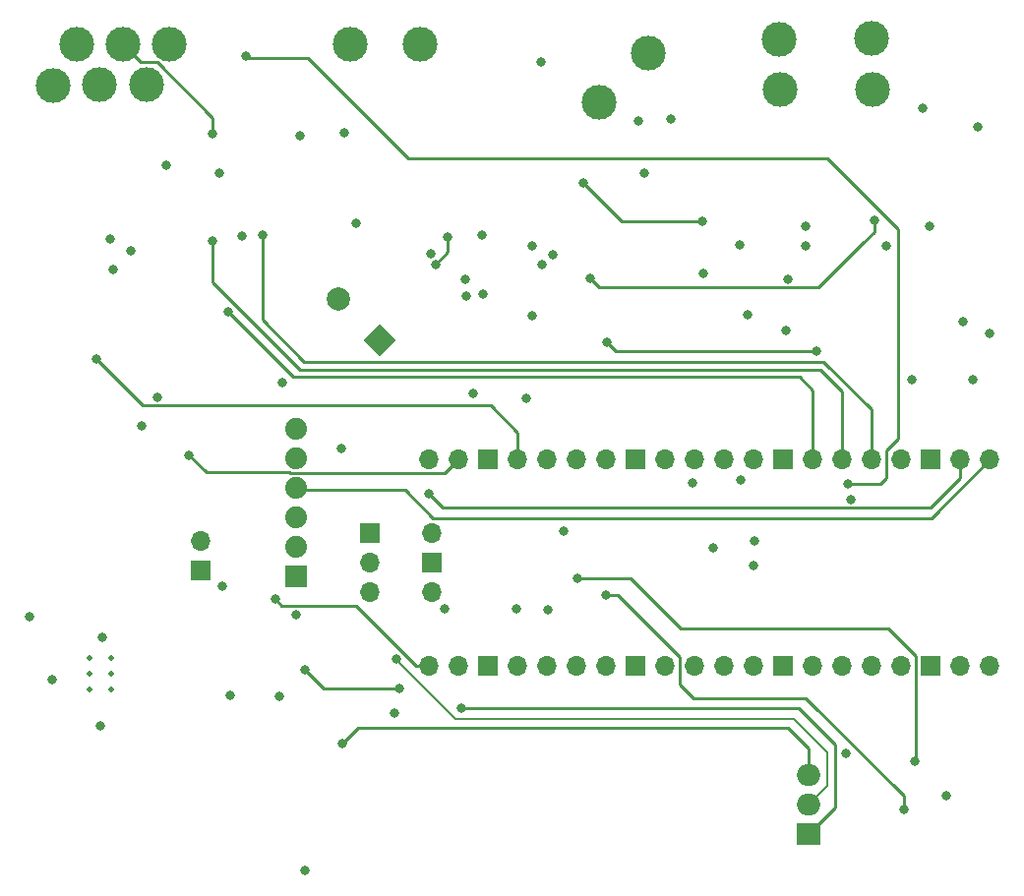
<source format=gbr>
%TF.GenerationSoftware,KiCad,Pcbnew,(6.0.10)*%
%TF.CreationDate,2023-01-31T02:24:44-05:00*%
%TF.ProjectId,webasto-mainboard,77656261-7374-46f2-9d6d-61696e626f61,1.0*%
%TF.SameCoordinates,Original*%
%TF.FileFunction,Copper,L2,Inr*%
%TF.FilePolarity,Positive*%
%FSLAX46Y46*%
G04 Gerber Fmt 4.6, Leading zero omitted, Abs format (unit mm)*
G04 Created by KiCad (PCBNEW (6.0.10)) date 2023-01-31 02:24:44*
%MOMM*%
%LPD*%
G01*
G04 APERTURE LIST*
G04 Aperture macros list*
%AMRotRect*
0 Rectangle, with rotation*
0 The origin of the aperture is its center*
0 $1 length*
0 $2 width*
0 $3 Rotation angle, in degrees counterclockwise*
0 Add horizontal line*
21,1,$1,$2,0,0,$3*%
G04 Aperture macros list end*
%TA.AperFunction,ComponentPad*%
%ADD10C,3.000000*%
%TD*%
%TA.AperFunction,ComponentPad*%
%ADD11R,2.000000X1.905000*%
%TD*%
%TA.AperFunction,ComponentPad*%
%ADD12O,2.000000X1.905000*%
%TD*%
%TA.AperFunction,ComponentPad*%
%ADD13R,1.700000X1.700000*%
%TD*%
%TA.AperFunction,ComponentPad*%
%ADD14O,1.700000X1.700000*%
%TD*%
%TA.AperFunction,ComponentPad*%
%ADD15RotRect,2.000000X2.000000X135.000000*%
%TD*%
%TA.AperFunction,ComponentPad*%
%ADD16C,2.000000*%
%TD*%
%TA.AperFunction,ComponentPad*%
%ADD17R,1.879600X1.879600*%
%TD*%
%TA.AperFunction,ComponentPad*%
%ADD18C,1.879600*%
%TD*%
%TA.AperFunction,ComponentPad*%
%ADD19C,0.500000*%
%TD*%
%TA.AperFunction,ViaPad*%
%ADD20C,0.800000*%
%TD*%
%TA.AperFunction,Conductor*%
%ADD21C,0.250000*%
%TD*%
%TA.AperFunction,Conductor*%
%ADD22C,0.200000*%
%TD*%
G04 APERTURE END LIST*
D10*
%TO.N,GlowPlug+*%
%TO.C,JX3*%
X155037200Y-56841000D03*
%TO.N,GlowPlug-*%
X150795400Y-61082800D03*
%TD*%
D11*
%TO.N,Net-(Q11-Pad3)*%
%TO.C,U6*%
X168839000Y-124079000D03*
D12*
%TO.N,Kelvin+*%
X168839000Y-121539000D03*
%TO.N,Net-(R30-Pad2)*%
X168839000Y-118999000D03*
%TD*%
D13*
%TO.N,Net-(J2-Pad1)*%
%TO.C,J2*%
X131025000Y-98200000D03*
D14*
%TO.N,GND*%
X131025000Y-100740000D03*
%TO.N,Net-(J2-Pad3)*%
X131025000Y-103280000D03*
%TD*%
D15*
%TO.N,ALERT*%
%TO.C,BZ1*%
X131900000Y-81600000D03*
D16*
%TO.N,GND*%
X128364466Y-78064466D03*
%TD*%
D10*
%TO.N,CombustionFan*%
%TO.C,JX4*%
X166275000Y-55665200D03*
%TO.N,GND*%
X166351200Y-60034000D03*
%TD*%
D14*
%TO.N,ConsoleTX*%
%TO.C,U2*%
X184415000Y-91850000D03*
%TO.N,ConsoleRX*%
X181875000Y-91850000D03*
D13*
%TO.N,GND*%
X179335000Y-91850000D03*
D14*
%TO.N,~{StartRun3V}*%
X176795000Y-91850000D03*
%TO.N,KLineEN*%
X174255000Y-91850000D03*
%TO.N,KLineTX*%
X171715000Y-91850000D03*
%TO.N,KLineRX*%
X169175000Y-91850000D03*
D13*
%TO.N,GND*%
X166635000Y-91850000D03*
D14*
%TO.N,~{GlowPlugOutEN3V}*%
X164095000Y-91850000D03*
%TO.N,~{GlowPlugInEN3V}*%
X161555000Y-91850000D03*
%TO.N,SDA*%
X159015000Y-91850000D03*
%TO.N,SCL*%
X156475000Y-91850000D03*
D13*
%TO.N,GND*%
X153935000Y-91850000D03*
D14*
%TO.N,CirculationPump3V*%
X151395000Y-91850000D03*
%TO.N,CombustionFan3V*%
X148855000Y-91850000D03*
%TO.N,GlowPlugOut3V*%
X146315000Y-91850000D03*
%TO.N,FuelPump3V*%
X143775000Y-91850000D03*
D13*
%TO.N,GND*%
X141235000Y-91850000D03*
D14*
%TO.N,VehicleFanRelay3V*%
X138695000Y-91850000D03*
%TO.N,ALERT*%
X136155000Y-91850000D03*
%TO.N,~{EmergencyStop3V}*%
X136155000Y-109630000D03*
%TO.N,UseUSB*%
X138695000Y-109630000D03*
D13*
%TO.N,GND*%
X141235000Y-109630000D03*
D14*
%TO.N,ConsoleCTS*%
X143775000Y-109630000D03*
%TO.N,ConsoleRTS*%
X146315000Y-109630000D03*
%TO.N,FlameLED*%
X148855000Y-109630000D03*
%TO.N,OperatingLED*%
X151395000Y-109630000D03*
D13*
%TO.N,GND*%
X153935000Y-109630000D03*
D14*
X156475000Y-109630000D03*
%TO.N,unconnected-(U2-Pad30)*%
X159015000Y-109630000D03*
%TO.N,unconnected-(U2-Pad31)*%
X161555000Y-109630000D03*
%TO.N,unconnected-(U2-Pad32)*%
X164095000Y-109630000D03*
D13*
%TO.N,GND*%
X166635000Y-109630000D03*
D14*
%TO.N,unconnected-(U2-Pad34)*%
X169175000Y-109630000D03*
%TO.N,/ADC_VREF*%
X171715000Y-109630000D03*
%TO.N,+3V3*%
X174255000Y-109630000D03*
%TO.N,unconnected-(U2-Pad37)*%
X176795000Y-109630000D03*
D13*
%TO.N,unconnected-(U2-Pad38)*%
X179335000Y-109630000D03*
D14*
%TO.N,/VSYS*%
X181875000Y-109630000D03*
%TO.N,/VBUS*%
X184415000Y-109630000D03*
%TO.N,Net-(J2-Pad1)*%
X136385000Y-98200000D03*
D13*
%TO.N,GND*%
X136385000Y-100740000D03*
D14*
%TO.N,Net-(J2-Pad3)*%
X136385000Y-103280000D03*
%TD*%
D10*
%TO.N,Net-(F1-Pad2)*%
%TO.C,JX2*%
X135346800Y-56125000D03*
%TO.N,GND*%
X129352400Y-56125000D03*
%TD*%
%TO.N,StartRun*%
%TO.C,JX1*%
X113807200Y-56119400D03*
%TO.N,KLine*%
X109819400Y-56119400D03*
%TO.N,SDA*%
X105802400Y-56131600D03*
%TO.N,VehicleFanRelay*%
X111826000Y-59624600D03*
%TO.N,SCL*%
X107812800Y-59624600D03*
%TO.N,FuelPump*%
X103825000Y-59650000D03*
%TD*%
D13*
%TO.N,EmergencyStop*%
%TO.C,J3*%
X116475000Y-101375000D03*
D14*
%TO.N,GND*%
X116475000Y-98835000D03*
%TD*%
D17*
%TO.N,GND*%
%TO.C,J1*%
X124700000Y-101900000D03*
D18*
%TO.N,ConsoleCTS*%
X124700000Y-99360000D03*
%TO.N,+3V3*%
X124700000Y-96820000D03*
%TO.N,ConsoleTX*%
X124700000Y-94280000D03*
%TO.N,ConsoleRX*%
X124700000Y-91740000D03*
%TO.N,ConsoleRTS*%
X124700000Y-89200000D03*
%TD*%
D19*
%TO.N,GND*%
%TO.C,U5*%
X106925000Y-110315000D03*
X106925000Y-111665000D03*
X106925000Y-108965000D03*
X108825000Y-110315000D03*
X108825000Y-108965000D03*
X108825000Y-111665000D03*
%TD*%
D10*
%TO.N,CirculationPump*%
%TO.C,JX5*%
X174275000Y-55640200D03*
%TO.N,GND*%
X174351200Y-60009000D03*
%TD*%
D20*
%TO.N,+12V*%
X154178000Y-62738000D03*
X145796000Y-57658000D03*
X184404000Y-81026000D03*
%TO.N,CirculationPump*%
X182118000Y-80010000D03*
%TO.N,+12V*%
X110490000Y-73914000D03*
%TO.N,FuelPump*%
X108712000Y-72898000D03*
%TO.N,+12V*%
X113538000Y-66548000D03*
X183388000Y-63246000D03*
X179250000Y-71750000D03*
X166880000Y-80780000D03*
X129850000Y-71500000D03*
X183000000Y-85000000D03*
X168590000Y-71810000D03*
X133600000Y-111540000D03*
X125500000Y-110000000D03*
%TO.N,+3V3*%
X139950000Y-86210000D03*
X140750000Y-72500000D03*
X162970000Y-93620000D03*
X172466000Y-95275500D03*
X120085000Y-72665000D03*
X158870000Y-93880000D03*
X164110000Y-101030000D03*
X137500000Y-104700000D03*
X140760000Y-77630000D03*
X123550000Y-85230000D03*
%TO.N,KLine*%
X117525000Y-63850000D03*
%TO.N,ConsoleRTS*%
X146400000Y-104800000D03*
%TO.N,ConsoleCTS*%
X143700000Y-104700000D03*
%TO.N,SCL*%
X136720000Y-75090000D03*
X145890000Y-75090000D03*
X137790000Y-72700000D03*
%TO.N,SDA*%
X136289485Y-74187968D03*
X146770000Y-74210000D03*
%TO.N,~{EmergencyStop}*%
X118400000Y-102800000D03*
%TO.N,~{GlowPlugInEN}*%
X160590000Y-99490000D03*
X159740000Y-75870000D03*
X159680000Y-71390000D03*
X133170000Y-113690000D03*
X149400000Y-68020000D03*
%TO.N,~{GlowPlugOutEN}*%
X168550000Y-73450000D03*
X164160000Y-98850000D03*
X156970000Y-62520000D03*
%TO.N,Kelvin+*%
X145050000Y-73480000D03*
X133360000Y-109050000D03*
X139350000Y-77790000D03*
X162860000Y-73430000D03*
X128600000Y-90900000D03*
%TO.N,CirculationPump3V*%
X151500000Y-81750000D03*
X169500000Y-82500000D03*
%TO.N,FuelPump3V*%
X107500000Y-83250000D03*
%TO.N,VehicleFanRelay3V*%
X115500000Y-91500000D03*
%TO.N,ConsoleRX*%
X136100000Y-94800000D03*
%TO.N,KLineEN*%
X121850000Y-72540000D03*
%TO.N,KLineTX*%
X117550000Y-73080000D03*
%TO.N,KLineRX*%
X118830000Y-79160000D03*
%TO.N,GND*%
X144526000Y-86614000D03*
X101725000Y-105375000D03*
X125500000Y-127200000D03*
X145034000Y-79502000D03*
X108025000Y-107200000D03*
X172000000Y-117200000D03*
X119025000Y-112125000D03*
X154660000Y-67210000D03*
X139250303Y-76381311D03*
X124750000Y-105250000D03*
X163580000Y-79430000D03*
X118125000Y-67225000D03*
X128900000Y-63775000D03*
X123275000Y-112275000D03*
X180700000Y-120800000D03*
%TO.N,CombustionFan*%
X178610000Y-61620000D03*
%TO.N,StartRun*%
X172212000Y-93980000D03*
X120396000Y-57150000D03*
%TO.N,Net-(C4-Pad1)*%
X125090000Y-64020000D03*
%TO.N,Net-(C7-Pad1)*%
X103725000Y-110850000D03*
%TO.N,Net-(C7-Pad2)*%
X107825000Y-114750000D03*
%TO.N,~{EmergencyStop3V}*%
X122900000Y-103900000D03*
%TO.N,Net-(Q2-Pad3)*%
X175500000Y-73500000D03*
%TO.N,Net-(Q2-Pad1)*%
X147750000Y-98000000D03*
X150000000Y-76250000D03*
X174500000Y-71250000D03*
%TO.N,Net-(Q3-Pad3)*%
X177750000Y-85000000D03*
%TO.N,Net-(Q4-Pad3)*%
X109000000Y-75500000D03*
%TO.N,Net-(Q5-Pad3)*%
X111445000Y-88945000D03*
X112750000Y-86500000D03*
%TO.N,Net-(D1-Pad2)*%
X177000000Y-122000000D03*
X151400000Y-103500000D03*
%TO.N,Net-(Q11-Pad3)*%
X138950000Y-113250000D03*
%TO.N,Net-(D2-Pad2)*%
X148900000Y-102100000D03*
X178000000Y-117800000D03*
%TO.N,Net-(Q12-Pad3)*%
X167020000Y-76320000D03*
%TO.N,Net-(R30-Pad2)*%
X128710000Y-116310000D03*
%TD*%
D21*
%TO.N,+12V*%
X127040000Y-111540000D02*
X133600000Y-111540000D01*
X125500000Y-110000000D02*
X127040000Y-111540000D01*
%TO.N,KLine*%
X112750000Y-57675000D02*
X117500000Y-62425000D01*
X109819400Y-56119400D02*
X111375000Y-57675000D01*
X117550000Y-63825000D02*
X117525000Y-63850000D01*
X117500000Y-62425000D02*
X117550000Y-62425000D01*
X117550000Y-62425000D02*
X117550000Y-63825000D01*
X111375000Y-57675000D02*
X112750000Y-57675000D01*
%TO.N,SCL*%
X137790000Y-74020000D02*
X136720000Y-75090000D01*
X137790000Y-72700000D02*
X137790000Y-74020000D01*
%TO.N,~{GlowPlugInEN}*%
X152770000Y-71390000D02*
X159680000Y-71390000D01*
X149400000Y-68020000D02*
X152770000Y-71390000D01*
D22*
%TO.N,Kelvin+*%
X170434000Y-117094000D02*
X170434000Y-119944000D01*
X133360000Y-109103000D02*
X138430000Y-114173000D01*
X170434000Y-119944000D02*
X168839000Y-121539000D01*
X138430000Y-114173000D02*
X167513000Y-114173000D01*
X133360000Y-109050000D02*
X133360000Y-109103000D01*
X167513000Y-114173000D02*
X170434000Y-117094000D01*
D21*
%TO.N,CirculationPump3V*%
X152250000Y-82500000D02*
X151500000Y-81750000D01*
X169500000Y-82500000D02*
X152250000Y-82500000D01*
%TO.N,FuelPump3V*%
X141474511Y-87224511D02*
X143775000Y-89525000D01*
X107500000Y-83250000D02*
X111474511Y-87224511D01*
X111474511Y-87224511D02*
X141474511Y-87224511D01*
X143775000Y-89525000D02*
X143775000Y-91850000D01*
%TO.N,VehicleFanRelay3V*%
X115500000Y-91500000D02*
X116964000Y-92964000D01*
X135648099Y-93004800D02*
X135668299Y-93025000D01*
X137520000Y-93025000D02*
X138695000Y-91850000D01*
X124135302Y-92964000D02*
X124176102Y-93004800D01*
X116964000Y-92964000D02*
X124135302Y-92964000D01*
X124176102Y-93004800D02*
X135648099Y-93004800D01*
X135668299Y-93025000D02*
X137520000Y-93025000D01*
%TO.N,ConsoleTX*%
X136500000Y-96900000D02*
X134088000Y-94488000D01*
X134088000Y-94488000D02*
X124908000Y-94488000D01*
X179365000Y-96900000D02*
X136500000Y-96900000D01*
X124908000Y-94488000D02*
X124700000Y-94280000D01*
X184415000Y-91850000D02*
X179365000Y-96900000D01*
%TO.N,ConsoleRX*%
X179300000Y-96000000D02*
X137300000Y-96000000D01*
X181875000Y-93425000D02*
X179300000Y-96000000D01*
X137300000Y-96000000D02*
X136100000Y-94800000D01*
X181875000Y-91850000D02*
X181875000Y-93425000D01*
%TO.N,KLineEN*%
X125430000Y-83430000D02*
X121850000Y-79850000D01*
X121850000Y-79850000D02*
X121850000Y-72540000D01*
X174255000Y-87555000D02*
X170130000Y-83430000D01*
X170130000Y-83430000D02*
X125430000Y-83430000D01*
X174255000Y-91850000D02*
X174255000Y-87555000D01*
%TO.N,KLineTX*%
X117550000Y-76585592D02*
X125084408Y-84120000D01*
X125084408Y-84120000D02*
X169820000Y-84120000D01*
X117550000Y-73080000D02*
X117550000Y-76585592D01*
X169820000Y-84120000D02*
X171715000Y-86015000D01*
X171715000Y-86015000D02*
X171715000Y-91850000D01*
%TO.N,KLineRX*%
X118830000Y-79160000D02*
X118830000Y-79165592D01*
X169175000Y-85925000D02*
X169175000Y-91850000D01*
X124434408Y-84770000D02*
X168020000Y-84770000D01*
X168020000Y-84770000D02*
X169175000Y-85925000D01*
X118830000Y-79165592D02*
X124434408Y-84770000D01*
%TO.N,StartRun*%
X176530000Y-90043000D02*
X175514000Y-91059000D01*
X175514000Y-91059000D02*
X175514000Y-93472000D01*
X175006000Y-93980000D02*
X172212000Y-93980000D01*
X176530000Y-72009000D02*
X176530000Y-90043000D01*
X170434000Y-65913000D02*
X176530000Y-72009000D01*
X134366000Y-65913000D02*
X170434000Y-65913000D01*
X175514000Y-93472000D02*
X175006000Y-93980000D01*
X120396000Y-57150000D02*
X120523000Y-57277000D01*
X125730000Y-57277000D02*
X134366000Y-65913000D01*
X120523000Y-57277000D02*
X125730000Y-57277000D01*
%TO.N,~{EmergencyStop3V}*%
X135030000Y-109630000D02*
X136155000Y-109630000D01*
X123454511Y-104454511D02*
X129854511Y-104454511D01*
X122900000Y-103900000D02*
X123454511Y-104454511D01*
X129854511Y-104454511D02*
X135030000Y-109630000D01*
%TO.N,Net-(Q2-Pad1)*%
X150000000Y-76250000D02*
X150794511Y-77044511D01*
X150794511Y-77044511D02*
X169705489Y-77044511D01*
X174500000Y-72250000D02*
X174500000Y-71250000D01*
X169705489Y-77044511D02*
X173500000Y-73250000D01*
X173500000Y-73250000D02*
X174500000Y-72250000D01*
%TO.N,Net-(D1-Pad2)*%
X152400000Y-103500000D02*
X157734848Y-108834848D01*
X151400000Y-103500000D02*
X152400000Y-103500000D01*
X177000000Y-120800000D02*
X177000000Y-122000000D01*
X158900000Y-112400000D02*
X168600000Y-112400000D01*
X157734848Y-108834848D02*
X157734848Y-111234848D01*
X157734848Y-111234848D02*
X158900000Y-112400000D01*
X168600000Y-112400000D02*
X177000000Y-120800000D01*
%TO.N,Net-(Q11-Pad3)*%
X138950480Y-113249520D02*
X167949520Y-113249520D01*
X138950000Y-113250000D02*
X138950480Y-113249520D01*
X171100000Y-116400000D02*
X171100000Y-121818000D01*
X167949520Y-113249520D02*
X171100000Y-116400000D01*
X171100000Y-121818000D02*
X168839000Y-124079000D01*
%TO.N,~{StartRun3V}*%
X176900000Y-91745000D02*
X176795000Y-91850000D01*
%TO.N,Net-(D2-Pad2)*%
X178059042Y-108759042D02*
X178059042Y-117740958D01*
X148900000Y-102100000D02*
X153500000Y-102100000D01*
X157800000Y-106400000D02*
X175700000Y-106400000D01*
X178059042Y-117740958D02*
X178000000Y-117800000D01*
X175700000Y-106400000D02*
X178059042Y-108759042D01*
X153500000Y-102100000D02*
X157800000Y-106400000D01*
%TO.N,Net-(R30-Pad2)*%
X167005000Y-114935000D02*
X168839000Y-116769000D01*
X168839000Y-116769000D02*
X168839000Y-118999000D01*
X130085000Y-114935000D02*
X167005000Y-114935000D01*
X128710000Y-116310000D02*
X130085000Y-114935000D01*
%TD*%
M02*

</source>
